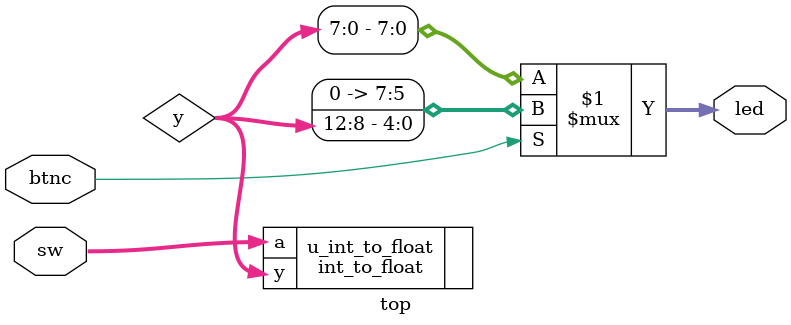
<source format=sv>
module top
    (
        input   logic [7:0] sw,
        input   logic btnc,
        output  logic [7:0] led
    );

    logic [12:0] y;

    int_to_float u_int_to_float
        (.a(sw), .y(y));


    assign led = (btnc) ? {3'b0, y[12:8]} : y[7:0];

endmodule

</source>
